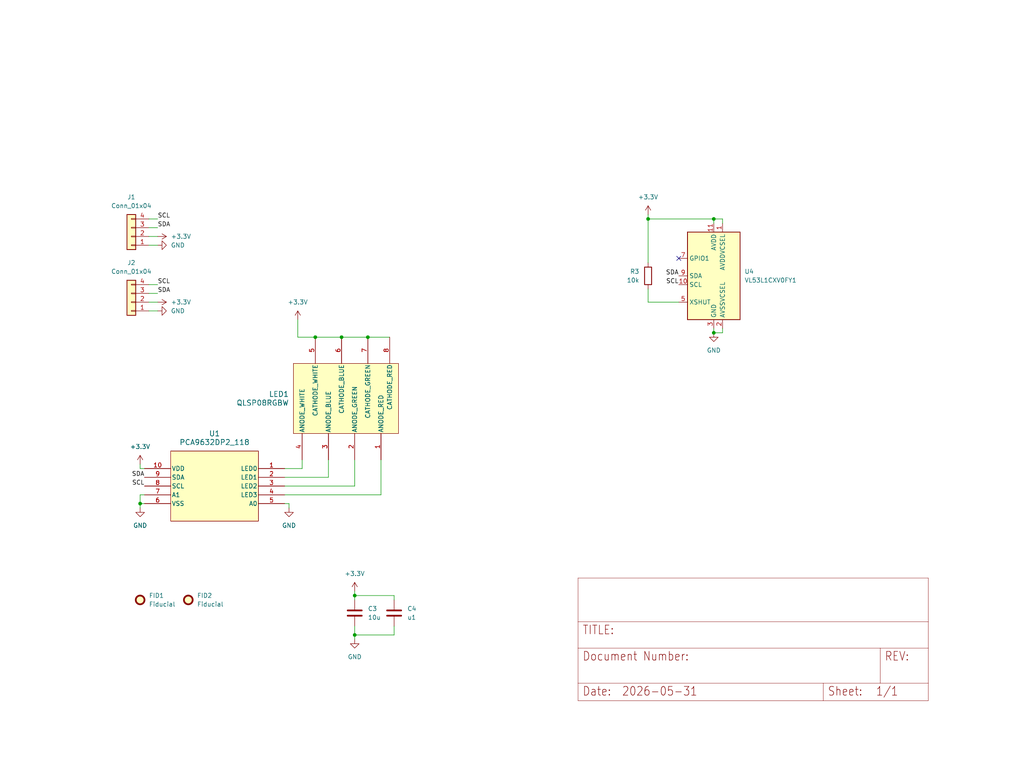
<source format=kicad_sch>
(kicad_sch (version 20230121) (generator eeschema)
  (paper "User" 297.002 223.571)
  (lib_symbols
    (symbol "2023-07-27_03-08-06:QLSP08RGBW" (pin_names (offset 0.254))
      (property "Reference" "LED" (at 10.16 3.81 0))
      (property "Value" "QLSP08RGBW" (at 10.16 1.27 0))
      (symbol "QLSP08RGBW_0_1"
        (pin unspecified line (at -7.62 -5.08 0) (length 7.62) (name "ANODE_RED") (number "1"))
        (pin unspecified line (at -7.62 -12.7 0) (length 7.62) (name "ANODE_GREEN") (number "2"))
        (pin unspecified line (at -7.62 -20.32 0) (length 7.62) (name "ANODE_BLUE") (number "3"))
        (pin unspecified line (at -7.62 -27.94 0) (length 7.62) (name "ANODE_WHITE") (number "4"))
        (pin unspecified line (at 27.94 -24.13 180) (length 7.62) (name "CATHODE_WHITE") (number "5"))
        (pin unspecified line (at 27.94 -16.51 180) (length 7.62) (name "CATHODE_BLUE") (number "6"))
        (pin unspecified line (at 27.94 -8.89 180) (length 7.62) (name "CATHODE_GREEN") (number "7"))
        (pin unspecified line (at 27.94 -2.54 180) (length 7.62) (name "CATHODE_RED") (number "8"))
      )
      (symbol "QLSP08RGBW_1_1"
        (rectangle (start 0 0) (end 20.32 -30.48) (fill (type background)))
      )
    )
    (symbol "2023-07-27_03-08-44:PCA9632DP2_118" (pin_names (offset 0.254))
      (property "Reference" "U" (at 20.32 10.16 0))
      (property "Value" "PCA9632DP2_118" (at 20.32 7.62 0))
      (symbol "PCA9632DP2_118_0_1"
        (polyline (pts (xy 7.62 -15.24) (xy 33.02 -15.24)) (stroke (width 0.127)))
        (polyline (pts (xy 7.62 5.08) (xy 7.62 -15.24)) (stroke (width 0.127)))
        (polyline (pts (xy 33.02 -15.24) (xy 33.02 5.08)) (stroke (width 0.127)))
        (polyline (pts (xy 33.02 5.08) (xy 7.62 5.08)) (stroke (width 0.127)))
        (pin bidirectional line (at 0 0 0) (length 7.62) (name "LED0") (number "1"))
        (pin power_in line (at 40.64 0 180) (length 7.62) (name "VDD") (number "10"))
        (pin bidirectional line (at 0 -2.54 0) (length 7.62) (name "LED1") (number "2"))
        (pin bidirectional line (at 0 -5.08 0) (length 7.62) (name "LED2") (number "3"))
        (pin bidirectional line (at 0 -7.62 0) (length 7.62) (name "LED3") (number "4"))
        (pin bidirectional line (at 0 -10.16 0) (length 7.62) (name "A0") (number "5"))
        (pin power_out line (at 40.64 -10.16 180) (length 7.62) (name "VSS") (number "6"))
        (pin bidirectional line (at 40.64 -7.62 180) (length 7.62) (name "A1") (number "7"))
        (pin unspecified line (at 40.64 -5.08 180) (length 7.62) (name "SCL") (number "8"))
        (pin unspecified line (at 40.64 -2.54 180) (length 7.62) (name "SDA") (number "9"))
      )
      (symbol "PCA9632DP2_118_1_1"
        (rectangle (start 7.62 5.08) (end 33.02 -15.24) (fill (type background)))
      )
    )
    (symbol "Connector_Generic:Conn_01x04" (pin_names (offset 1.016) hide)
      (property "Reference" "J" (at 0 5.08 0))
      (property "Value" "Conn_01x04" (at 0 -7.62 0))
      (symbol "Conn_01x04_1_1"
        (rectangle (start -1.27 -4.953) (end 0 -5.207) (stroke (width 0.1524)))
        (rectangle (start -1.27 -2.413) (end 0 -2.667) (stroke (width 0.1524)))
        (rectangle (start -1.27 0.127) (end 0 -0.127) (stroke (width 0.1524)))
        (rectangle (start -1.27 2.667) (end 0 2.413) (stroke (width 0.1524)))
        (rectangle (start -1.27 3.81) (end 1.27 -6.35) (stroke (width 0.254)) (fill (type background)))
        (pin passive line (at -5.08 2.54 0) (length 3.81) (name "Pin_1") (number "1"))
        (pin passive line (at -5.08 0 0) (length 3.81) (name "Pin_2") (number "2"))
        (pin passive line (at -5.08 -2.54 0) (length 3.81) (name "Pin_3") (number "3"))
        (pin passive line (at -5.08 -5.08 0) (length 3.81) (name "Pin_4") (number "4"))
      )
    )
    (symbol "Device:C" (pin_numbers hide) (pin_names (offset 0.254))
      (property "Reference" "C" (at 0.635 2.54 0))
      (property "Value" "C" (at 0.635 -2.54 0))
      (symbol "C_0_1"
        (polyline (pts (xy -2.032 -0.762) (xy 2.032 -0.762)) (stroke (width 0.508)))
        (polyline (pts (xy -2.032 0.762) (xy 2.032 0.762)) (stroke (width 0.508)))
      )
      (symbol "C_1_1"
        (pin passive line (at 0 3.81 270) (length 2.794) (name "~") (number "1"))
        (pin passive line (at 0 -3.81 90) (length 2.794) (name "~") (number "2"))
      )
    )
    (symbol "Device:R" (pin_numbers hide) (pin_names (offset 0))
      (property "Reference" "R" (at 2.032 0 90))
      (property "Value" "R" (at 0 0 90))
      (symbol "R_0_1"
        (rectangle (start -1.016 -2.54) (end 1.016 2.54) (stroke (width 0.254)))
      )
      (symbol "R_1_1"
        (pin passive line (at 0 3.81 270) (length 1.27) (name "~") (number "1"))
        (pin passive line (at 0 -3.81 90) (length 1.27) (name "~") (number "2"))
      )
    )
    (symbol "Mechanical:Fiducial"
      (property "Reference" "FID" (at 0 5.08 0))
      (property "Value" "Fiducial" (at 0 3.175 0))
      (symbol "Fiducial_0_1"
        (circle (center 0 0) (radius 1.27) (stroke (width 0.508)) (fill (type background)))
      )
    )
    (symbol "Sensor_Distance:VL53L1CXV0FY1"
      (property "Reference" "U" (at -6.35 13.97 0))
      (property "Value" "VL53L1CXV0FY1" (at 12.065 13.97 0))
      (symbol "VL53L1CXV0FY1_0_1"
        (rectangle (start -7.62 12.7) (end 7.62 -12.7) (stroke (width 0.254)) (fill (type background)))
      )
      (symbol "VL53L1CXV0FY1_1_1"
        (pin power_in line (at 2.54 15.24 270) (length 2.54) (name "AVDDVCSEL") (number "1"))
        (pin input line (at -10.16 -2.54 0) (length 2.54) (name "SCL") (number "10"))
        (pin power_in line (at 0 15.24 270) (length 2.54) (name "AVDD") (number "11"))
        (pin passive line (at 0 -15.24 90) (length 2.54) hide (name "GND") (number "12"))
        (pin power_in line (at 2.54 -15.24 90) (length 2.54) (name "AVSSVCSEL") (number "2"))
        (pin power_in line (at 0 -15.24 90) (length 2.54) (name "GND") (number "3"))
        (pin passive line (at 0 -15.24 90) (length 2.54) hide (name "GND") (number "4"))
        (pin input line (at -10.16 -7.62 0) (length 2.54) (name "XSHUT") (number "5"))
        (pin passive line (at 0 -15.24 90) (length 2.54) hide (name "GND") (number "6"))
        (pin open_collector line (at -10.16 5.08 0) (length 2.54) (name "GPIO1") (number "7"))
        (pin no_connect line (at -7.62 7.62 0) (length 2.54) hide (name "DNC") (number "8"))
        (pin bidirectional line (at -10.16 0 0) (length 2.54) (name "SDA") (number "9"))
      )
    )
    (symbol "ToFnLED-eagle-import:LETTER_L"
      (symbol "LETTER_L_1_0"
        (polyline (pts (xy 0 0) (xy 248.92 0) (xy 248.92 185.42) (xy 0 185.42) (xy 0 0)))
      )
      (symbol "LETTER_L_2_0"
        (polyline (pts (xy 0 0) (xy 0 5.08)) (stroke (width 0.1016)))
        (polyline (pts (xy 0 0) (xy 71.12 0)) (stroke (width 0.1016)))
        (polyline (pts (xy 0 5.08) (xy 0 15.24)) (stroke (width 0.1016)))
        (polyline (pts (xy 0 5.08) (xy 71.12 5.08)) (stroke (width 0.1016)))
        (polyline (pts (xy 0 15.24) (xy 0 22.86)) (stroke (width 0.1016)))
        (polyline (pts (xy 0 22.86) (xy 0 35.56)) (stroke (width 0.1016)))
        (polyline (pts (xy 0 22.86) (xy 101.6 22.86)) (stroke (width 0.1016)))
        (polyline (pts (xy 71.12 0) (xy 101.6 0)) (stroke (width 0.1016)))
        (polyline (pts (xy 71.12 5.08) (xy 71.12 0)) (stroke (width 0.1016)))
        (polyline (pts (xy 71.12 5.08) (xy 87.63 5.08)) (stroke (width 0.1016)))
        (polyline (pts (xy 87.63 5.08) (xy 101.6 5.08)) (stroke (width 0.1016)))
        (polyline (pts (xy 87.63 15.24) (xy 0 15.24)) (stroke (width 0.1016)))
        (polyline (pts (xy 87.63 15.24) (xy 87.63 5.08)) (stroke (width 0.1016)))
        (polyline (pts (xy 101.6 5.08) (xy 101.6 0)) (stroke (width 0.1016)))
        (polyline (pts (xy 101.6 15.24) (xy 87.63 15.24)) (stroke (width 0.1016)))
        (polyline (pts (xy 101.6 15.24) (xy 101.6 5.08)) (stroke (width 0.1016)))
        (polyline (pts (xy 101.6 22.86) (xy 101.6 15.24)) (stroke (width 0.1016)))
        (polyline (pts (xy 101.6 35.56) (xy 0 35.56)) (stroke (width 0.1016)))
        (polyline (pts (xy 101.6 35.56) (xy 101.6 22.86)) (stroke (width 0.1016)))
        (text "${#}/${##}" (at 86.36 1.27 0) (effects (font (size 2.54 2.159)) (justify left bottom)))
        (text "${CURRENT_DATE}" (at 12.7 1.27 0) (effects (font (size 2.54 2.159)) (justify left bottom)))
        (text "${PROJECTNAME}" (at 17.78 19.05 0) (effects (font (size 2.54 2.159)) (justify left bottom)))
        (text "Date:" (at 1.27 1.27 0) (effects (font (size 2.54 2.159)) (justify left bottom)))
        (text "Document Number:" (at 1.27 11.43 0) (effects (font (size 2.54 2.159)) (justify left bottom)))
        (text "REV:" (at 88.9 11.43 0) (effects (font (size 2.54 2.159)) (justify left bottom)))
        (text "Sheet:" (at 72.39 1.27 0) (effects (font (size 2.54 2.159)) (justify left bottom)))
        (text "TITLE:" (at 1.27 19.05 0) (effects (font (size 2.54 2.159)) (justify left bottom)))
      )
    )
    (symbol "power:+3.3V" (power) (pin_names (offset 0))
      (property "Value" "+3.3V" (at 0 3.556 0))
      (symbol "+3.3V_0_1"
        (polyline (pts (xy -0.762 1.27) (xy 0 2.54)))
        (polyline (pts (xy 0 0) (xy 0 2.54)))
        (polyline (pts (xy 0 2.54) (xy 0.762 1.27)))
      )
      (symbol "+3.3V_1_1"
        (pin power_in line (at 0 0 90) (length 0) hide (name "+3.3V") (number "1"))
      )
    )
    (symbol "power:GND" (power) (pin_names (offset 0))
      (property "Value" "GND" (at 0 -3.81 0))
      (symbol "GND_0_1"
        (polyline (pts (xy 0 0) (xy 0 -1.27) (xy 1.27 -1.27) (xy 0 -2.54) (xy -1.27 -1.27) (xy 0 -1.27)))
      )
      (symbol "GND_1_1"
        (pin power_in line (at 0 0 270) (length 0) hide (name "GND") (number "1"))
      )
    )
  )
  (junction (at 99.06 97.79))
  (junction (at 187.96 63.5))
  (junction (at 102.87 184.15))
  (junction (at 40.64 146.05))
  (junction (at 91.44 97.79))
  (junction (at 106.68 97.79))
  (junction (at 102.87 172.72))
  (junction (at 207.01 63.5))
  (junction (at 207.01 96.52))
  (no_connect (at 196.85 74.93))
  (wire (pts (xy 43.18 82.55) (xy 45.72 82.55)))
  (wire (pts (xy 102.87 133.35) (xy 102.87 140.97)))
  (wire (pts (xy 87.63 133.35) (xy 87.63 135.89)))
  (wire (pts (xy 41.91 135.89) (xy 40.64 135.89)))
  (wire (pts (xy 187.96 63.5) (xy 187.96 76.2)))
  (wire (pts (xy 43.18 87.63) (xy 45.72 87.63)))
  (wire (pts (xy 95.25 138.43) (xy 82.55 138.43)))
  (wire (pts (xy 187.96 62.23) (xy 187.96 63.5)))
  (wire (pts (xy 40.64 146.05) (xy 41.91 146.05)))
  (wire (pts (xy 40.64 147.32) (xy 40.64 146.05)))
  (wire (pts (xy 86.36 97.79) (xy 91.44 97.79)))
  (wire (pts (xy 102.87 172.72) (xy 102.87 173.99)))
  (wire (pts (xy 207.01 95.25) (xy 207.01 96.52)))
  (wire (pts (xy 207.01 63.5) (xy 209.55 63.5)))
  (wire (pts (xy 95.25 133.35) (xy 95.25 138.43)))
  (wire (pts (xy 102.87 184.15) (xy 102.87 185.42)))
  (wire (pts (xy 102.87 171.45) (xy 102.87 172.72)))
  (wire (pts (xy 207.01 96.52) (xy 209.55 96.52)))
  (wire (pts (xy 102.87 184.15) (xy 114.3 184.15)))
  (wire (pts (xy 106.68 97.79) (xy 113.03 97.79)))
  (wire (pts (xy 102.87 172.72) (xy 114.3 172.72)))
  (wire (pts (xy 43.18 63.5) (xy 45.72 63.5)))
  (wire (pts (xy 187.96 83.82) (xy 187.96 87.63)))
  (wire (pts (xy 40.64 143.51) (xy 40.64 146.05)))
  (wire (pts (xy 99.06 97.79) (xy 106.68 97.79)))
  (wire (pts (xy 43.18 90.17) (xy 45.72 90.17)))
  (wire (pts (xy 82.55 135.89) (xy 87.63 135.89)))
  (wire (pts (xy 83.82 146.05) (xy 82.55 146.05)))
  (wire (pts (xy 110.49 133.35) (xy 110.49 143.51)))
  (wire (pts (xy 209.55 95.25) (xy 209.55 96.52)))
  (wire (pts (xy 83.82 147.32) (xy 83.82 146.05)))
  (wire (pts (xy 86.36 92.71) (xy 86.36 97.79)))
  (wire (pts (xy 43.18 71.12) (xy 45.72 71.12)))
  (wire (pts (xy 207.01 63.5) (xy 207.01 64.77)))
  (wire (pts (xy 102.87 140.97) (xy 82.55 140.97)))
  (wire (pts (xy 114.3 173.99) (xy 114.3 172.72)))
  (wire (pts (xy 43.18 66.04) (xy 45.72 66.04)))
  (wire (pts (xy 41.91 143.51) (xy 40.64 143.51)))
  (wire (pts (xy 40.64 135.89) (xy 40.64 134.62)))
  (wire (pts (xy 187.96 87.63) (xy 196.85 87.63)))
  (wire (pts (xy 187.96 63.5) (xy 207.01 63.5)))
  (wire (pts (xy 91.44 97.79) (xy 99.06 97.79)))
  (wire (pts (xy 43.18 85.09) (xy 45.72 85.09)))
  (wire (pts (xy 209.55 63.5) (xy 209.55 64.77)))
  (wire (pts (xy 110.49 143.51) (xy 82.55 143.51)))
  (wire (pts (xy 102.87 181.61) (xy 102.87 184.15)))
  (wire (pts (xy 43.18 68.58) (xy 45.72 68.58)))
  (wire (pts (xy 114.3 181.61) (xy 114.3 184.15)))
  (label "SDA" (at 196.85 80.01 180))
  (label "SCL" (at 41.91 140.97 180) (effects (font (size 1.2446 1.2446))))
  (label "SDA" (at 41.91 138.43 180) (effects (font (size 1.2446 1.2446))))
  (label "SCL" (at 196.85 82.55 180))
  (label "SCL" (at 45.72 82.55 0) (effects (font (size 1.2446 1.2446))))
  (label "SCL" (at 45.72 63.5 0) (effects (font (size 1.2446 1.2446))))
  (label "SDA" (at 45.72 66.04 0) (effects (font (size 1.2446 1.2446))))
  (label "SDA" (at 45.72 85.09 0) (effects (font (size 1.2446 1.2446))))
  (symbol (lib_id "Device:C") (at 114.3 177.8 0) (unit 1)
    (property "Reference" "C4" (at 118.11 176.53 0) (effects (justify left)))
    (property "Value" "u1" (at 118.11 179.07 0) (effects (justify left)))
    (property "Footprint" "Capacitor_SMD:C_0805_2012Metric" (effects hide))
  )
  (symbol (lib_id "power:+3.3V") (at 86.36 92.71 0) (unit 1)
    (property "Reference" "#PWR05" (effects hide))
    (property "Value" "+3.3V" (at 86.36 87.63 0))
  )
  (symbol (lib_id "ToFnLED-eagle-import:LETTER_L") (at 167.64 203.2 0) (unit 2)
    (property "Reference" "#FRAME1" (effects hide))
    (property "Value" "LETTER_L" (effects hide))
  )
  (symbol (lib_id "2023-07-27_03-08-06:QLSP08RGBW") (at 115.57 125.73 270) (mirror x) (unit 1)
    (property "Reference" "LED1" (at 83.82 114.3 90) (effects (font (size 1.524 1.524)) (justify right)))
    (property "Value" "QLSP08RGBW" (at 83.82 116.84 90) (effects (font (size 1.524 1.524)) (justify right)))
    (property "Footprint" "footprints:QLSP08RGBW_QUE" (effects hide))
    (property "Datasheet" "QLSP08RGBW" (effects hide))
  )
  (symbol (lib_id "power:GND") (at 45.72 90.17 90) (unit 1)
    (property "Reference" "#PWR07" (effects hide))
    (property "Value" "GND" (at 49.53 90.17 90) (effects (justify right)))
  )
  (symbol (lib_id "power:GND") (at 102.87 185.42 0) (unit 1)
    (property "Reference" "#PWR010" (effects hide))
    (property "Value" "GND" (at 102.87 190.5 0))
  )
  (symbol (lib_id "Mechanical:Fiducial") (at 40.64 173.99 0) (unit 1)
    (property "Reference" "FID1" (at 43.18 172.72 0) (effects (justify left)))
    (property "Value" "Fiducial" (at 43.18 175.26 0) (effects (justify left)))
    (property "Footprint" "Fiducial:Fiducial_1mm_Mask2mm" (effects hide))
  )
  (symbol (lib_id "power:+3.3V") (at 45.72 68.58 270) (unit 1)
    (property "Reference" "#PWR08" (effects hide))
    (property "Value" "+3.3V" (at 49.53 68.58 90) (effects (justify left)))
  )
  (symbol (lib_id "Connector_Generic:Conn_01x04") (at 38.1 68.58 180) (unit 1)
    (property "Reference" "J1" (at 38.1 57.15 0))
    (property "Value" "Conn_01x04" (at 38.1 59.69 0))
    (property "Footprint" "Connector_JST:JST_SH_BM04B-SRSS-TB_1x04-1MP_P1.00mm_Vertical" (effects hide))
  )
  (symbol (lib_id "power:GND") (at 83.82 147.32 0) (unit 1)
    (property "Reference" "#PWR012" (effects hide))
    (property "Value" "GND" (at 83.82 152.4 0))
  )
  (symbol (lib_id "2023-07-27_03-08-44:PCA9632DP2_118") (at 82.55 135.89 0) (mirror y) (unit 1)
    (property "Reference" "U1" (at 62.23 125.73 0) (effects (font (size 1.524 1.524))))
    (property "Value" "PCA9632DP2_118" (at 62.23 128.27 0) (effects (font (size 1.524 1.524))))
    (property "Footprint" "footprints:TSSOP10_3P1X3P1_NXP" (effects hide))
    (property "Datasheet" "PCA9632DP2_118" (effects hide))
  )
  (symbol (lib_id "power:+3.3V") (at 40.64 134.62 0) (unit 1)
    (property "Reference" "#PWR03" (effects hide))
    (property "Value" "+3.3V" (at 40.64 129.54 0))
  )
  (symbol (lib_id "power:+3.3V") (at 187.96 62.23 0) (unit 1)
    (property "Reference" "#PWR02" (effects hide))
    (property "Value" "+3.3V" (at 187.96 57.15 0))
  )
  (symbol (lib_id "Device:C") (at 102.87 177.8 0) (unit 1)
    (property "Reference" "C3" (at 106.68 176.53 0) (effects (justify left)))
    (property "Value" "10u" (at 106.68 179.07 0) (effects (justify left)))
    (property "Footprint" "Capacitor_SMD:C_0805_2012Metric" (effects hide))
  )
  (symbol (lib_id "power:GND") (at 45.72 71.12 90) (unit 1)
    (property "Reference" "#PWR09" (effects hide))
    (property "Value" "GND" (at 49.53 71.12 90) (effects (justify right)))
  )
  (symbol (lib_id "Device:R") (at 187.96 80.01 0) (unit 1)
    (property "Reference" "R3" (at 185.42 78.74 0) (effects (justify right)))
    (property "Value" "10k" (at 185.42 81.28 0) (effects (justify right)))
    (property "Footprint" "Resistor_SMD:R_0805_2012Metric" (effects hide))
  )
  (symbol (lib_id "power:GND") (at 40.64 147.32 0) (unit 1)
    (property "Reference" "#PWR04" (effects hide))
    (property "Value" "GND" (at 40.64 152.4 0))
  )
  (symbol (lib_id "Connector_Generic:Conn_01x04") (at 38.1 87.63 180) (unit 1)
    (property "Reference" "J2" (at 38.1 76.2 0))
    (property "Value" "Conn_01x04" (at 38.1 78.74 0))
    (property "Footprint" "Connector_JST:JST_SH_SM04B-SRSS-TB_1x04-1MP_P1.00mm_Horizontal" (effects hide))
  )
  (symbol (lib_id "Mechanical:Fiducial") (at 54.61 173.99 0) (unit 1)
    (property "Reference" "FID2" (at 57.15 172.72 0) (effects (justify left)))
    (property "Value" "Fiducial" (at 57.15 175.26 0) (effects (justify left)))
    (property "Footprint" "Fiducial:Fiducial_1mm_Mask2mm" (effects hide))
  )
  (symbol (lib_id "power:+3.3V") (at 102.87 171.45 0) (unit 1)
    (property "Reference" "#PWR011" (effects hide))
    (property "Value" "+3.3V" (at 102.87 166.37 0))
  )
  (symbol (lib_id "Sensor_Distance:VL53L1CXV0FY1") (at 207.01 80.01 0) (unit 1)
    (property "Reference" "U4" (at 215.9 78.74 0) (effects (justify left)))
    (property "Value" "VL53L1CXV0FY1" (at 215.9 81.28 0) (effects (justify left)))
    (property "Footprint" "Sensor_Distance:ST_VL53L1x" (effects hide))
    (property "Datasheet" "https://www.st.com/resource/en/datasheet/vl53l1x.pdf" (effects hide))
  )
  (symbol (lib_id "power:+3.3V") (at 45.72 87.63 270) (unit 1)
    (property "Reference" "#PWR06" (effects hide))
    (property "Value" "+3.3V" (at 49.53 87.63 90) (effects (justify left)))
  )
  (symbol (lib_id "power:GND") (at 207.01 96.52 0) (unit 1)
    (property "Reference" "#PWR01" (effects hide))
    (property "Value" "GND" (at 207.01 101.6 0))
  )
)
</source>
